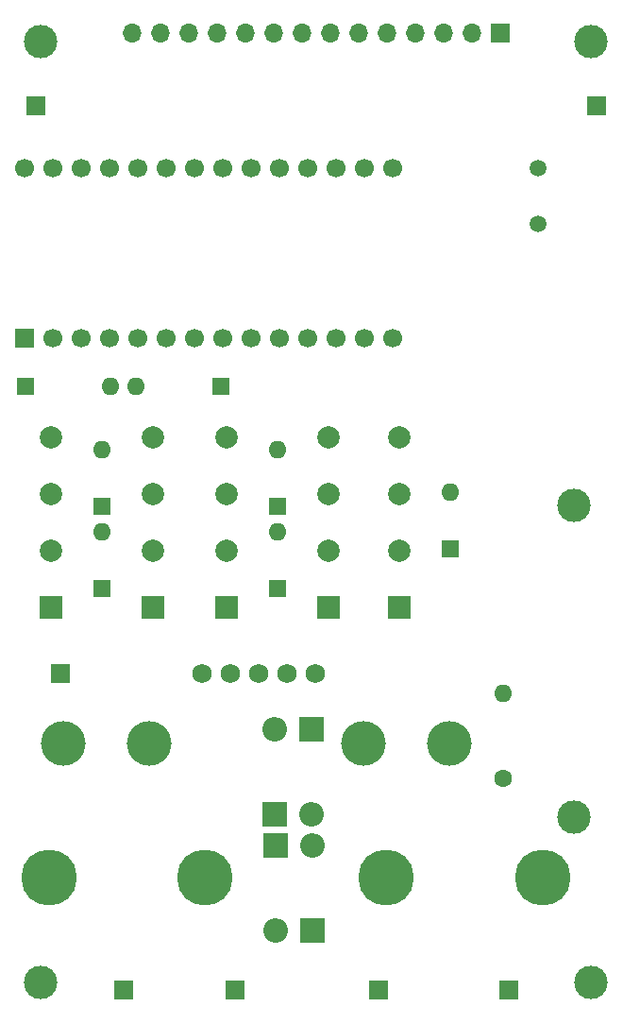
<source format=gbr>
%TF.GenerationSoftware,KiCad,Pcbnew,(7.0.0)*%
%TF.CreationDate,2023-04-03T22:11:30-05:00*%
%TF.ProjectId,Bluetooth Multimeter,426c7565-746f-46f7-9468-204d756c7469,rev?*%
%TF.SameCoordinates,Original*%
%TF.FileFunction,Soldermask,Top*%
%TF.FilePolarity,Negative*%
%FSLAX46Y46*%
G04 Gerber Fmt 4.6, Leading zero omitted, Abs format (unit mm)*
G04 Created by KiCad (PCBNEW (7.0.0)) date 2023-04-03 22:11:30*
%MOMM*%
%LPD*%
G01*
G04 APERTURE LIST*
%ADD10R,1.700000X1.700000*%
%ADD11R,2.000000X2.000000*%
%ADD12C,2.000000*%
%ADD13C,3.000000*%
%ADD14R,2.200000X2.200000*%
%ADD15O,2.200000X2.200000*%
%ADD16R,1.600000X1.600000*%
%ADD17O,1.600000X1.600000*%
%ADD18C,1.600000*%
%ADD19C,5.000000*%
%ADD20R,1.750000X1.750000*%
%ADD21C,1.750000*%
%ADD22C,1.500000*%
%ADD23C,4.000000*%
%ADD24C,1.700000*%
%ADD25O,1.700000X1.700000*%
G04 APERTURE END LIST*
D10*
%TO.C,JC*%
X165099999Y-141223999D03*
%TD*%
D11*
%TO.C,K5*%
X155320999Y-106933999D03*
D12*
X155321000Y-101854000D03*
X155321000Y-96774000D03*
X155321000Y-91694000D03*
%TD*%
D13*
%TO.C,H4*%
X172518000Y-140588000D03*
%TD*%
D11*
%TO.C,K3*%
X139826999Y-106933999D03*
D12*
X139827000Y-101854000D03*
X139827000Y-96774000D03*
X139827000Y-91694000D03*
%TD*%
D14*
%TO.C,D2*%
X147446999Y-117855999D03*
D15*
X147446999Y-125475999D03*
%TD*%
D16*
%TO.C,D8*%
X144398999Y-97916999D03*
D17*
X144398999Y-92836999D03*
%TD*%
D10*
%TO.C,JGND*%
X172973999Y-61975999D03*
%TD*%
D16*
%TO.C,D10*%
X139318999Y-87121999D03*
D17*
X131698999Y-87121999D03*
%TD*%
D16*
%TO.C,D9*%
X159892999Y-101709999D03*
D17*
X159892999Y-96629999D03*
%TD*%
D14*
%TO.C,D1*%
X144144999Y-125475999D03*
D15*
X144144999Y-117855999D03*
%TD*%
D10*
%TO.C,JmA*%
X140588999Y-141223999D03*
%TD*%
D13*
%TO.C,H3*%
X123118000Y-140588000D03*
%TD*%
D18*
%TO.C,R1*%
X164592000Y-122301000D03*
D17*
X164591999Y-114680999D03*
%TD*%
D11*
%TO.C,K1*%
X124078999Y-106933999D03*
D12*
X124079000Y-101854000D03*
X124079000Y-96774000D03*
X124079000Y-91694000D03*
%TD*%
D13*
%TO.C,R2*%
X170942000Y-125760000D03*
X170942000Y-97760000D03*
%TD*%
%TO.C,H1*%
X123118000Y-56188000D03*
%TD*%
D16*
%TO.C,D6*%
X128650999Y-97916999D03*
D17*
X128650999Y-92836999D03*
%TD*%
D19*
%TO.C,F2*%
X123852600Y-131191000D03*
X137848000Y-131191000D03*
X154152600Y-131191000D03*
X168148000Y-131191000D03*
%TD*%
D11*
%TO.C,K2*%
X133222999Y-106933999D03*
D12*
X133223000Y-101854000D03*
X133223000Y-96774000D03*
X133223000Y-91694000D03*
%TD*%
D16*
%TO.C,D5*%
X128650999Y-105282999D03*
D17*
X128650999Y-100202999D03*
%TD*%
D10*
%TO.C,JCC*%
X122681999Y-61975999D03*
%TD*%
%TO.C,JV*%
X153415999Y-141223999D03*
%TD*%
D16*
%TO.C,D11*%
X121792999Y-87121999D03*
D17*
X129412999Y-87121999D03*
%TD*%
D11*
%TO.C,K4*%
X148970999Y-106933999D03*
D12*
X148971000Y-101854000D03*
X148971000Y-96774000D03*
X148971000Y-91694000D03*
%TD*%
D20*
%TO.C,RN1*%
X124893999Y-112872999D03*
D21*
X137594000Y-112873000D03*
X140134000Y-112873000D03*
X142674000Y-112873000D03*
X145214000Y-112873000D03*
X147754000Y-112873000D03*
%TD*%
D16*
%TO.C,D7*%
X144398999Y-105282999D03*
D17*
X144398999Y-100202999D03*
%TD*%
D14*
%TO.C,D4*%
X147499999Y-135889999D03*
D15*
X147499999Y-128269999D03*
%TD*%
D22*
%TO.C,LS1*%
X167767000Y-72604000D03*
X167767000Y-67604000D03*
%TD*%
D10*
%TO.C,JA*%
X130555999Y-141223999D03*
%TD*%
D13*
%TO.C,H2*%
X172518000Y-56188000D03*
%TD*%
D23*
%TO.C,F1*%
X125166000Y-119126000D03*
X132866000Y-119126000D03*
X152066000Y-119126000D03*
X159766000Y-119126000D03*
%TD*%
D10*
%TO.C,U1*%
X121665999Y-82803999D03*
D24*
X124206000Y-82804000D03*
X126746000Y-82804000D03*
X129286000Y-82804000D03*
X131826000Y-82804000D03*
X134366000Y-82804000D03*
X136906000Y-82804000D03*
X139446000Y-82804000D03*
X141986000Y-82804000D03*
X144526000Y-82804000D03*
X147066000Y-82804000D03*
X149606000Y-82804000D03*
X152146000Y-82804000D03*
X154686000Y-82804000D03*
X154686000Y-67564000D03*
X152146000Y-67564000D03*
X149606000Y-67564000D03*
X147066000Y-67564000D03*
X144526000Y-67564000D03*
X141986000Y-67564000D03*
X139446000Y-67564000D03*
X136906000Y-67564000D03*
X134366000Y-67564000D03*
X131826000Y-67564000D03*
X129286000Y-67564000D03*
X126746000Y-67564000D03*
X124206000Y-67564000D03*
X121666000Y-67564000D03*
%TD*%
D14*
%TO.C,D3*%
X144197999Y-128269999D03*
D15*
X144197999Y-135889999D03*
%TD*%
D10*
%TO.C,DS1*%
X164337999Y-55498999D03*
D25*
X161797999Y-55498999D03*
X159257999Y-55498999D03*
X156717999Y-55498999D03*
X154177999Y-55498999D03*
X151637999Y-55498999D03*
X149097999Y-55498999D03*
X146557999Y-55498999D03*
X144017999Y-55498999D03*
X141477999Y-55498999D03*
X138937999Y-55498999D03*
X136397999Y-55498999D03*
X133857999Y-55498999D03*
X131317999Y-55498999D03*
%TD*%
M02*

</source>
